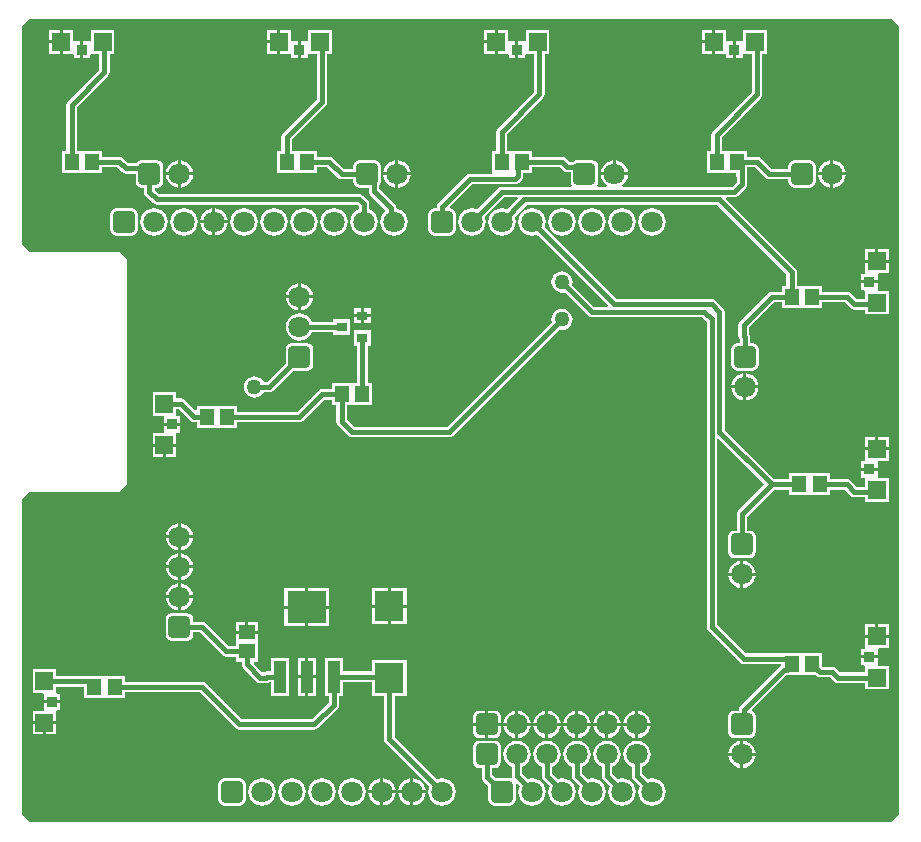
<source format=gtl>
G04*
G04 #@! TF.GenerationSoftware,Altium Limited,Altium Designer,20.0.13 (296)*
G04*
G04 Layer_Physical_Order=1*
G04 Layer_Color=255*
%FSTAX24Y24*%
%MOIN*%
G70*
G01*
G75*
%ADD17R,0.0354X0.0354*%
%ADD18R,0.0591X0.0591*%
%ADD19R,0.0354X0.0354*%
%ADD20R,0.0591X0.0591*%
%ADD21R,0.0453X0.0531*%
%ADD22R,0.0551X0.0512*%
%ADD23R,0.0394X0.1063*%
%ADD24R,0.1299X0.1063*%
%ADD25R,0.0965X0.1004*%
%ADD26R,0.0383X0.0316*%
%ADD43C,0.0150*%
%ADD44C,0.0600*%
G04:AMPARAMS|DCode=45|XSize=70.9mil|YSize=70.9mil|CornerRadius=8.9mil|HoleSize=0mil|Usage=FLASHONLY|Rotation=0.000|XOffset=0mil|YOffset=0mil|HoleType=Round|Shape=RoundedRectangle|*
%AMROUNDEDRECTD45*
21,1,0.0709,0.0531,0,0,0.0*
21,1,0.0531,0.0709,0,0,0.0*
1,1,0.0177,0.0266,-0.0266*
1,1,0.0177,-0.0266,-0.0266*
1,1,0.0177,-0.0266,0.0266*
1,1,0.0177,0.0266,0.0266*
%
%ADD45ROUNDEDRECTD45*%
%ADD46C,0.0709*%
G04:AMPARAMS|DCode=47|XSize=70.9mil|YSize=70.9mil|CornerRadius=8.9mil|HoleSize=0mil|Usage=FLASHONLY|Rotation=270.000|XOffset=0mil|YOffset=0mil|HoleType=Round|Shape=RoundedRectangle|*
%AMROUNDEDRECTD47*
21,1,0.0709,0.0531,0,0,270.0*
21,1,0.0531,0.0709,0,0,270.0*
1,1,0.0177,-0.0266,-0.0266*
1,1,0.0177,-0.0266,0.0266*
1,1,0.0177,0.0266,0.0266*
1,1,0.0177,0.0266,-0.0266*
%
%ADD47ROUNDEDRECTD47*%
%ADD48C,0.0500*%
%ADD49C,0.1250*%
G36*
X03325Y0265D02*
Y00025D01*
X033Y0D01*
X00425D01*
X004Y00025D01*
Y01075D01*
X00425Y011D01*
X00725D01*
X0075Y01125D01*
Y01875D01*
X00725Y019D01*
X00425D01*
X004Y01925D01*
Y0265D01*
X00425Y02675D01*
X033D01*
X03325Y0265D01*
D02*
G37*
%LPC*%
G36*
X012511Y026395D02*
X012166D01*
Y02605D01*
X012511D01*
Y026395D01*
D02*
G37*
G36*
X005261D02*
X004916D01*
Y02605D01*
X005261D01*
Y026395D01*
D02*
G37*
G36*
X019761D02*
X019416D01*
Y02605D01*
X019761D01*
Y026395D01*
D02*
G37*
G36*
X027011D02*
X026666D01*
Y02605D01*
X027011D01*
Y026395D01*
D02*
G37*
G36*
X028834D02*
X028044D01*
Y026064D01*
X028027Y026021D01*
X027994Y026021D01*
X0278D01*
Y025744D01*
Y025467D01*
X028027D01*
Y025562D01*
X028044Y025605D01*
X028077Y025605D01*
X028322D01*
Y024324D01*
X027029Y023032D01*
X026991Y022974D01*
X026977Y022906D01*
Y022366D01*
X026829D01*
Y021634D01*
X027468D01*
X027482Y021634D01*
X027518D01*
X027532Y021634D01*
X027817D01*
Y021509D01*
X027822Y021488D01*
Y021324D01*
X027676Y021178D01*
X024031D01*
X024014Y021228D01*
X024074Y021274D01*
X024147Y021369D01*
X024193Y02148D01*
X024202Y021548D01*
X023298D01*
X023307Y02148D01*
X023353Y021369D01*
X023426Y021274D01*
X023486Y021228D01*
X023469Y021178D01*
X0232D01*
X023173Y021228D01*
X023193Y021259D01*
X023208Y021333D01*
Y021864D01*
X023193Y021938D01*
X023152Y022D01*
X023089Y022042D01*
X023016Y022056D01*
X022484D01*
X022411Y022042D01*
X02236Y022008D01*
X022245D01*
X022126Y022126D01*
X022068Y022165D01*
X022Y022178D01*
X021004D01*
Y022366D01*
X020365D01*
X020351Y022366D01*
X020315D01*
X020301Y022366D01*
X020167D01*
Y022915D01*
X021376Y024124D01*
X021415Y024182D01*
X021428Y02425D01*
X021428Y02425D01*
Y025605D01*
X021584D01*
Y026395D01*
X020794D01*
Y026064D01*
X020777Y026021D01*
X020744Y026021D01*
X02055D01*
Y025744D01*
Y025467D01*
X020777D01*
Y025562D01*
X020794Y025605D01*
X020827Y025605D01*
X021072D01*
Y024324D01*
X019863Y023115D01*
X019824Y023057D01*
X01981Y022989D01*
Y022366D01*
X019662D01*
Y021656D01*
X019662Y021634D01*
X019624Y021606D01*
X018928D01*
X018928Y021606D01*
X01886Y021593D01*
X018802Y021554D01*
X018802Y021554D01*
X017874Y020626D01*
X017835Y020568D01*
X017822Y0205D01*
Y020458D01*
X017734D01*
X017661Y020443D01*
X017598Y020402D01*
X017557Y020339D01*
X017542Y020266D01*
Y019734D01*
X017557Y019661D01*
X017598Y019598D01*
X017661Y019557D01*
X017734Y019542D01*
X018266D01*
X018339Y019557D01*
X018402Y019598D01*
X018443Y019661D01*
X018458Y019734D01*
Y020266D01*
X018443Y020339D01*
X018402Y020402D01*
X018339Y020443D01*
X018279Y020455D01*
X018255Y020503D01*
X019002Y021249D01*
X020428D01*
X020496Y021263D01*
X020554Y021302D01*
X020653Y0214D01*
X020653Y0214D01*
X020691Y021458D01*
X020705Y021526D01*
X020705Y021526D01*
Y021634D01*
X021004D01*
Y021822D01*
X021926D01*
X022044Y021703D01*
X022044Y021703D01*
X022102Y021664D01*
X022171Y021651D01*
X022292D01*
Y021333D01*
X022307Y021259D01*
X022327Y021228D01*
X0223Y021178D01*
X02D01*
X02Y021178D01*
X019932Y021165D01*
X019874Y021126D01*
X019874Y021126D01*
X019169Y020422D01*
X019119Y020443D01*
X019Y020458D01*
X018881Y020443D01*
X018771Y020397D01*
X018676Y020324D01*
X018603Y020229D01*
X018557Y020119D01*
X018542Y02D01*
X018557Y019881D01*
X018603Y019771D01*
X018676Y019676D01*
X018771Y019603D01*
X018881Y019557D01*
X019Y019542D01*
X019119Y019557D01*
X019229Y019603D01*
X019324Y019676D01*
X019397Y019771D01*
X019443Y019881D01*
X019458Y02D01*
X019443Y020119D01*
X019422Y020169D01*
X020074Y020822D01*
X020504D01*
X020523Y020775D01*
X020169Y020422D01*
X020119Y020443D01*
X02Y020458D01*
X019881Y020443D01*
X019771Y020397D01*
X019676Y020324D01*
X019603Y020229D01*
X019557Y020119D01*
X019542Y02D01*
X019557Y019881D01*
X019603Y019771D01*
X019676Y019676D01*
X019771Y019603D01*
X019881Y019557D01*
X02Y019542D01*
X020119Y019557D01*
X020229Y019603D01*
X020324Y019676D01*
X020397Y019771D01*
X020443Y019881D01*
X020458Y02D01*
X020443Y020119D01*
X020422Y020169D01*
X020824Y020572D01*
X027176D01*
X029477Y018271D01*
Y017866D01*
X029329D01*
Y017678D01*
X029D01*
X029Y017678D01*
X028932Y017665D01*
X028874Y017626D01*
X028874Y017626D01*
X027936Y016688D01*
X027897Y01663D01*
X027884Y016562D01*
Y016188D01*
X027897Y01612D01*
X02792Y016086D01*
Y015958D01*
X027833D01*
X027759Y015943D01*
X027697Y015902D01*
X027655Y015839D01*
X02764Y015766D01*
Y015234D01*
X027655Y015161D01*
X027697Y015098D01*
X027759Y015057D01*
X027833Y015042D01*
X028364D01*
X028438Y015057D01*
X0285Y015098D01*
X028542Y015161D01*
X028556Y015234D01*
Y015766D01*
X028542Y015839D01*
X0285Y015902D01*
X028438Y015943D01*
X028364Y015958D01*
X028277D01*
Y016152D01*
X028263Y01622D01*
X028241Y016254D01*
Y016488D01*
X029074Y017322D01*
X029329D01*
Y017134D01*
X029968D01*
X029982Y017134D01*
X030018D01*
X030032Y017134D01*
X030671D01*
Y017322D01*
X031426D01*
X031624Y017124D01*
X031624Y017124D01*
X031682Y017085D01*
X03175Y017072D01*
X032105D01*
Y016916D01*
X032895D01*
Y017706D01*
X032564D01*
X032521Y017723D01*
X032521Y017756D01*
Y01795D01*
X031967D01*
Y017723D01*
X032062D01*
X032105Y017706D01*
X032105Y017673D01*
Y017428D01*
X031824D01*
X031626Y017626D01*
X031568Y017665D01*
X0315Y017678D01*
X030671D01*
Y017866D01*
X030032D01*
X030018Y017866D01*
X029982D01*
X029968Y017866D01*
X029834D01*
Y018344D01*
X029834Y018344D01*
X02982Y018413D01*
X029782Y018471D01*
X029782Y018471D01*
X027477Y020775D01*
X027496Y020822D01*
X02775D01*
X027818Y020835D01*
X027876Y020874D01*
X028126Y021124D01*
X028126Y021124D01*
X028165Y021182D01*
X028178Y02125D01*
Y021505D01*
X028174Y021526D01*
Y021822D01*
X028426D01*
X028775Y021472D01*
X028833Y021434D01*
X028902Y02142D01*
X028902Y02142D01*
X029542D01*
Y021333D01*
X029557Y021259D01*
X029598Y021197D01*
X029661Y021155D01*
X029734Y02114D01*
X030266D01*
X030339Y021155D01*
X030402Y021197D01*
X030443Y021259D01*
X030458Y021333D01*
Y021864D01*
X030443Y021938D01*
X030402Y022D01*
X030339Y022042D01*
X030266Y022056D01*
X029734D01*
X029661Y022042D01*
X029598Y022D01*
X029557Y021938D01*
X029542Y021864D01*
Y021777D01*
X028975D01*
X028626Y022126D01*
X028568Y022165D01*
X0285Y022178D01*
X028171D01*
Y022366D01*
X027532D01*
X027518Y022366D01*
X027482D01*
X027468Y022366D01*
X027334D01*
Y022832D01*
X028626Y024124D01*
X028665Y024182D01*
X028678Y02425D01*
X028678Y02425D01*
Y025605D01*
X028834D01*
Y026395D01*
D02*
G37*
G36*
X014334D02*
X013544D01*
Y026064D01*
X013527Y026021D01*
X013494Y026021D01*
X0133D01*
Y025744D01*
Y025467D01*
X013527D01*
Y025562D01*
X013544Y025605D01*
X013577Y025605D01*
X013822D01*
Y024074D01*
X012696Y022948D01*
X012657Y02289D01*
X012644Y022822D01*
Y022366D01*
X012496D01*
Y021634D01*
X013135D01*
X013149Y021634D01*
X013185D01*
X013199Y021634D01*
X013838D01*
Y021822D01*
X014176D01*
X014525Y021472D01*
X014583Y021434D01*
X014652Y02142D01*
X014652Y02142D01*
X015042D01*
Y021333D01*
X015057Y021259D01*
X015098Y021197D01*
X015161Y021155D01*
X015234Y02114D01*
X015552D01*
Y021019D01*
X015566Y020951D01*
X015605Y020893D01*
X0161Y020398D01*
X016097Y02034D01*
X016076Y020324D01*
X016003Y020229D01*
X015957Y020119D01*
X015942Y02D01*
X015957Y019881D01*
X016003Y019771D01*
X016076Y019676D01*
X016171Y019603D01*
X016281Y019557D01*
X0164Y019542D01*
X016519Y019557D01*
X016629Y019603D01*
X016724Y019676D01*
X016797Y019771D01*
X016843Y019881D01*
X016858Y02D01*
X016843Y020119D01*
X016797Y020229D01*
X016724Y020324D01*
X016629Y020397D01*
X016519Y020443D01*
X016472Y020449D01*
Y020457D01*
X016458Y020525D01*
X016419Y020583D01*
X016419Y020583D01*
X015909Y021093D01*
Y021208D01*
X015943Y021259D01*
X015958Y021333D01*
Y021864D01*
X015943Y021938D01*
X015902Y022D01*
X015839Y022042D01*
X015766Y022056D01*
X015234D01*
X015161Y022042D01*
X015098Y022D01*
X015057Y021938D01*
X015042Y021864D01*
Y021777D01*
X014725D01*
X014376Y022126D01*
X014318Y022165D01*
X01425Y022178D01*
X013838D01*
Y022366D01*
X013199D01*
X013185Y022366D01*
X013149D01*
X013135Y022366D01*
X013001D01*
Y022748D01*
X014126Y023874D01*
X014165Y023932D01*
X014178Y024D01*
X014178Y024D01*
Y025605D01*
X014334D01*
Y026395D01*
D02*
G37*
G36*
X007084D02*
X006294D01*
Y026064D01*
X006277Y026021D01*
X006244Y026021D01*
X00605D01*
Y025744D01*
Y025467D01*
X006277D01*
Y025562D01*
X006294Y025605D01*
X006327Y025605D01*
X006572D01*
Y025074D01*
X005529Y024032D01*
X005491Y023974D01*
X005477Y023906D01*
Y022366D01*
X005329D01*
Y021634D01*
X005968D01*
X005982Y021634D01*
X006018D01*
X006032Y021634D01*
X006671D01*
Y021822D01*
X007176D01*
X007335Y021663D01*
X007393Y021624D01*
X007461Y021611D01*
X007461Y021611D01*
X007792D01*
Y021333D01*
X007807Y021259D01*
X007848Y021197D01*
X007911Y021155D01*
X007984Y02114D01*
X008072D01*
Y021D01*
X008085Y020932D01*
X008124Y020874D01*
X008374Y020624D01*
X008374Y020624D01*
X008432Y020585D01*
X0085Y020572D01*
X015176D01*
X015222Y020526D01*
Y020418D01*
X015171Y020397D01*
X015076Y020324D01*
X015003Y020229D01*
X014957Y020119D01*
X014942Y02D01*
X014957Y019881D01*
X015003Y019771D01*
X015076Y019676D01*
X015171Y019603D01*
X015281Y019557D01*
X0154Y019542D01*
X015519Y019557D01*
X015629Y019603D01*
X015724Y019676D01*
X015797Y019771D01*
X015843Y019881D01*
X015858Y02D01*
X015843Y020119D01*
X015797Y020229D01*
X015724Y020324D01*
X015629Y020397D01*
X015578Y020418D01*
Y0206D01*
X015565Y020668D01*
X015526Y020726D01*
X015376Y020876D01*
X015318Y020915D01*
X01525Y020928D01*
X008574D01*
X008428Y021074D01*
Y02114D01*
X008516D01*
X008589Y021155D01*
X008652Y021197D01*
X008693Y021259D01*
X008708Y021333D01*
Y021864D01*
X008693Y021938D01*
X008652Y022D01*
X008589Y022042D01*
X008516Y022056D01*
X007984D01*
X007911Y022042D01*
X007848Y022D01*
X007827Y021968D01*
X007535D01*
X007376Y022126D01*
X007318Y022165D01*
X00725Y022178D01*
X006671D01*
Y022366D01*
X006032D01*
X006018Y022366D01*
X005982D01*
X005968Y022366D01*
X005834D01*
Y023832D01*
X006876Y024874D01*
X006876Y024874D01*
X006915Y024932D01*
X006928Y025D01*
X006928Y025D01*
Y025605D01*
X007084D01*
Y026395D01*
D02*
G37*
G36*
X012511Y02595D02*
X012166D01*
Y025605D01*
X012511D01*
Y02595D01*
D02*
G37*
G36*
X005261D02*
X004916D01*
Y025605D01*
X005261D01*
Y02595D01*
D02*
G37*
G36*
X019761D02*
X019416D01*
Y025605D01*
X019761D01*
Y02595D01*
D02*
G37*
G36*
X027011D02*
X026666D01*
Y025605D01*
X027011D01*
Y02595D01*
D02*
G37*
G36*
X027456Y026395D02*
X027111D01*
Y026D01*
Y025605D01*
X027423D01*
X027456Y025605D01*
X027473Y025562D01*
Y025467D01*
X0277D01*
Y025744D01*
Y026021D01*
X027473Y026021D01*
X027456Y026064D01*
Y026395D01*
D02*
G37*
G36*
X020206D02*
X019861D01*
Y026D01*
Y025605D01*
X020173D01*
X020206Y025605D01*
X020223Y025562D01*
Y025467D01*
X02045D01*
Y025744D01*
Y026021D01*
X020223Y026021D01*
X020206Y026064D01*
Y026395D01*
D02*
G37*
G36*
X012956D02*
X012611D01*
Y026D01*
Y025605D01*
X012923D01*
X012956Y025605D01*
X012973Y025562D01*
Y025467D01*
X0132D01*
Y025744D01*
Y026021D01*
X012973Y026021D01*
X012956Y026064D01*
Y026395D01*
D02*
G37*
G36*
X005706D02*
X005361D01*
Y026D01*
Y025605D01*
X005673D01*
X005706Y025605D01*
X005723Y025562D01*
Y025467D01*
X00595D01*
Y025744D01*
Y026021D01*
X005723Y026021D01*
X005706Y026064D01*
Y026395D01*
D02*
G37*
G36*
X03105Y02205D02*
Y021648D01*
X031452D01*
X031443Y021717D01*
X031397Y021828D01*
X031324Y021922D01*
X031229Y021995D01*
X031119Y022041D01*
X03105Y02205D01*
D02*
G37*
G36*
X03095D02*
X030881Y022041D01*
X030771Y021995D01*
X030676Y021922D01*
X030603Y021828D01*
X030557Y021717D01*
X030548Y021648D01*
X03095D01*
Y02205D01*
D02*
G37*
G36*
X0238D02*
Y021648D01*
X024202D01*
X024193Y021717D01*
X024147Y021828D01*
X024074Y021922D01*
X023979Y021995D01*
X023869Y022041D01*
X0238Y02205D01*
D02*
G37*
G36*
X0237D02*
X023631Y022041D01*
X023521Y021995D01*
X023426Y021922D01*
X023353Y021828D01*
X023307Y021717D01*
X023298Y021648D01*
X0237D01*
Y02205D01*
D02*
G37*
G36*
X01655D02*
Y021648D01*
X016952D01*
X016943Y021717D01*
X016897Y021828D01*
X016824Y021922D01*
X016729Y021995D01*
X016619Y022041D01*
X01655Y02205D01*
D02*
G37*
G36*
X01645D02*
X016381Y022041D01*
X016271Y021995D01*
X016176Y021922D01*
X016103Y021828D01*
X016057Y021717D01*
X016048Y021648D01*
X01645D01*
Y02205D01*
D02*
G37*
G36*
X0093D02*
Y021648D01*
X009702D01*
X009693Y021717D01*
X009647Y021828D01*
X009574Y021922D01*
X009479Y021995D01*
X009369Y022041D01*
X0093Y02205D01*
D02*
G37*
G36*
X0092D02*
X009131Y022041D01*
X009021Y021995D01*
X008926Y021922D01*
X008853Y021828D01*
X008807Y021717D01*
X008798Y021648D01*
X0092D01*
Y02205D01*
D02*
G37*
G36*
X031452Y021548D02*
X03105D01*
Y021147D01*
X031119Y021156D01*
X031229Y021202D01*
X031324Y021274D01*
X031397Y021369D01*
X031443Y02148D01*
X031452Y021548D01*
D02*
G37*
G36*
X03095D02*
X030548D01*
X030557Y02148D01*
X030603Y021369D01*
X030676Y021274D01*
X030771Y021202D01*
X030881Y021156D01*
X03095Y021147D01*
Y021548D01*
D02*
G37*
G36*
X016952D02*
X01655D01*
Y021147D01*
X016619Y021156D01*
X016729Y021202D01*
X016824Y021274D01*
X016897Y021369D01*
X016943Y02148D01*
X016952Y021548D01*
D02*
G37*
G36*
X01645D02*
X016048D01*
X016057Y02148D01*
X016103Y021369D01*
X016176Y021274D01*
X016271Y021202D01*
X016381Y021156D01*
X01645Y021147D01*
Y021548D01*
D02*
G37*
G36*
X009702D02*
X0093D01*
Y021147D01*
X009369Y021156D01*
X009479Y021202D01*
X009574Y021274D01*
X009647Y021369D01*
X009693Y02148D01*
X009702Y021548D01*
D02*
G37*
G36*
X0092D02*
X008798D01*
X008807Y02148D01*
X008853Y021369D01*
X008926Y021274D01*
X009021Y021202D01*
X009131Y021156D01*
X0092Y021147D01*
Y021548D01*
D02*
G37*
G36*
X01045Y020452D02*
Y02005D01*
X010852D01*
X010843Y020119D01*
X010797Y020229D01*
X010724Y020324D01*
X010629Y020397D01*
X010519Y020443D01*
X01045Y020452D01*
D02*
G37*
G36*
X01035D02*
X010281Y020443D01*
X010171Y020397D01*
X010076Y020324D01*
X010003Y020229D01*
X009957Y020119D01*
X009948Y02005D01*
X01035D01*
Y020452D01*
D02*
G37*
G36*
X010852Y01995D02*
X01045D01*
Y019548D01*
X010519Y019557D01*
X010629Y019603D01*
X010724Y019676D01*
X010797Y019771D01*
X010843Y019881D01*
X010852Y01995D01*
D02*
G37*
G36*
X01035D02*
X009948D01*
X009957Y019881D01*
X010003Y019771D01*
X010076Y019676D01*
X010171Y019603D01*
X010281Y019557D01*
X01035Y019548D01*
Y01995D01*
D02*
G37*
G36*
X007666Y020458D02*
X007134D01*
X007061Y020443D01*
X006998Y020402D01*
X006957Y020339D01*
X006942Y020266D01*
Y019734D01*
X006957Y019661D01*
X006998Y019598D01*
X007061Y019557D01*
X007134Y019542D01*
X007666D01*
X007739Y019557D01*
X007802Y019598D01*
X007843Y019661D01*
X007858Y019734D01*
Y020266D01*
X007843Y020339D01*
X007802Y020402D01*
X007739Y020443D01*
X007666Y020458D01*
D02*
G37*
G36*
X025Y020458D02*
X024881Y020443D01*
X024771Y020397D01*
X024676Y020324D01*
X024603Y020229D01*
X024557Y020119D01*
X024542Y02D01*
X024557Y019881D01*
X024603Y019771D01*
X024676Y019676D01*
X024771Y019603D01*
X024881Y019557D01*
X025Y019542D01*
X025119Y019557D01*
X025229Y019603D01*
X025324Y019676D01*
X025397Y019771D01*
X025443Y019881D01*
X025458Y02D01*
X025443Y020119D01*
X025397Y020229D01*
X025324Y020324D01*
X025229Y020397D01*
X025119Y020443D01*
X025Y020458D01*
D02*
G37*
G36*
X024D02*
X023881Y020443D01*
X023771Y020397D01*
X023676Y020324D01*
X023603Y020229D01*
X023557Y020119D01*
X023542Y02D01*
X023557Y019881D01*
X023603Y019771D01*
X023676Y019676D01*
X023771Y019603D01*
X023881Y019557D01*
X024Y019542D01*
X024119Y019557D01*
X024229Y019603D01*
X024324Y019676D01*
X024397Y019771D01*
X024443Y019881D01*
X024458Y02D01*
X024443Y020119D01*
X024397Y020229D01*
X024324Y020324D01*
X024229Y020397D01*
X024119Y020443D01*
X024Y020458D01*
D02*
G37*
G36*
X023D02*
X022881Y020443D01*
X022771Y020397D01*
X022676Y020324D01*
X022603Y020229D01*
X022557Y020119D01*
X022542Y02D01*
X022557Y019881D01*
X022603Y019771D01*
X022676Y019676D01*
X022771Y019603D01*
X022881Y019557D01*
X023Y019542D01*
X023119Y019557D01*
X023229Y019603D01*
X023324Y019676D01*
X023397Y019771D01*
X023443Y019881D01*
X023458Y02D01*
X023443Y020119D01*
X023397Y020229D01*
X023324Y020324D01*
X023229Y020397D01*
X023119Y020443D01*
X023Y020458D01*
D02*
G37*
G36*
X022D02*
X021881Y020443D01*
X021771Y020397D01*
X021676Y020324D01*
X021603Y020229D01*
X021557Y020119D01*
X021542Y02D01*
X021557Y019881D01*
X021603Y019771D01*
X021676Y019676D01*
X021771Y019603D01*
X021881Y019557D01*
X022Y019542D01*
X022119Y019557D01*
X022229Y019603D01*
X022324Y019676D01*
X022397Y019771D01*
X022443Y019881D01*
X022458Y02D01*
X022443Y020119D01*
X022397Y020229D01*
X022324Y020324D01*
X022229Y020397D01*
X022119Y020443D01*
X022Y020458D01*
D02*
G37*
G36*
X0144D02*
X014281Y020443D01*
X014171Y020397D01*
X014076Y020324D01*
X014003Y020229D01*
X013957Y020119D01*
X013942Y02D01*
X013957Y019881D01*
X014003Y019771D01*
X014076Y019676D01*
X014171Y019603D01*
X014281Y019557D01*
X0144Y019542D01*
X014519Y019557D01*
X014629Y019603D01*
X014724Y019676D01*
X014797Y019771D01*
X014843Y019881D01*
X014858Y02D01*
X014843Y020119D01*
X014797Y020229D01*
X014724Y020324D01*
X014629Y020397D01*
X014519Y020443D01*
X0144Y020458D01*
D02*
G37*
G36*
X0134D02*
X013281Y020443D01*
X013171Y020397D01*
X013076Y020324D01*
X013003Y020229D01*
X012957Y020119D01*
X012942Y02D01*
X012957Y019881D01*
X013003Y019771D01*
X013076Y019676D01*
X013171Y019603D01*
X013281Y019557D01*
X0134Y019542D01*
X013519Y019557D01*
X013629Y019603D01*
X013724Y019676D01*
X013797Y019771D01*
X013843Y019881D01*
X013858Y02D01*
X013843Y020119D01*
X013797Y020229D01*
X013724Y020324D01*
X013629Y020397D01*
X013519Y020443D01*
X0134Y020458D01*
D02*
G37*
G36*
X0124D02*
X012281Y020443D01*
X012171Y020397D01*
X012076Y020324D01*
X012003Y020229D01*
X011957Y020119D01*
X011942Y02D01*
X011957Y019881D01*
X012003Y019771D01*
X012076Y019676D01*
X012171Y019603D01*
X012281Y019557D01*
X0124Y019542D01*
X012519Y019557D01*
X012629Y019603D01*
X012724Y019676D01*
X012797Y019771D01*
X012843Y019881D01*
X012858Y02D01*
X012843Y020119D01*
X012797Y020229D01*
X012724Y020324D01*
X012629Y020397D01*
X012519Y020443D01*
X0124Y020458D01*
D02*
G37*
G36*
X0114D02*
X011281Y020443D01*
X011171Y020397D01*
X011076Y020324D01*
X011003Y020229D01*
X010957Y020119D01*
X010942Y02D01*
X010957Y019881D01*
X011003Y019771D01*
X011076Y019676D01*
X011171Y019603D01*
X011281Y019557D01*
X0114Y019542D01*
X011519Y019557D01*
X011629Y019603D01*
X011724Y019676D01*
X011797Y019771D01*
X011843Y019881D01*
X011858Y02D01*
X011843Y020119D01*
X011797Y020229D01*
X011724Y020324D01*
X011629Y020397D01*
X011519Y020443D01*
X0114Y020458D01*
D02*
G37*
G36*
X0094D02*
X009281Y020443D01*
X009171Y020397D01*
X009076Y020324D01*
X009003Y020229D01*
X008957Y020119D01*
X008942Y02D01*
X008957Y019881D01*
X009003Y019771D01*
X009076Y019676D01*
X009171Y019603D01*
X009281Y019557D01*
X0094Y019542D01*
X009519Y019557D01*
X009629Y019603D01*
X009724Y019676D01*
X009797Y019771D01*
X009843Y019881D01*
X009858Y02D01*
X009843Y020119D01*
X009797Y020229D01*
X009724Y020324D01*
X009629Y020397D01*
X009519Y020443D01*
X0094Y020458D01*
D02*
G37*
G36*
X0084D02*
X008281Y020443D01*
X008171Y020397D01*
X008076Y020324D01*
X008003Y020229D01*
X007957Y020119D01*
X007942Y02D01*
X007957Y019881D01*
X008003Y019771D01*
X008076Y019676D01*
X008171Y019603D01*
X008281Y019557D01*
X0084Y019542D01*
X008519Y019557D01*
X008629Y019603D01*
X008724Y019676D01*
X008797Y019771D01*
X008843Y019881D01*
X008858Y02D01*
X008843Y020119D01*
X008797Y020229D01*
X008724Y020324D01*
X008629Y020397D01*
X008519Y020443D01*
X0084Y020458D01*
D02*
G37*
G36*
X032895Y019084D02*
X03255D01*
Y018739D01*
X032895D01*
Y019084D01*
D02*
G37*
G36*
X03245D02*
X032105D01*
Y018739D01*
X03245D01*
Y019084D01*
D02*
G37*
G36*
X032895Y018639D02*
X032105D01*
Y018327D01*
X032105Y018294D01*
X032062Y018277D01*
X031967D01*
Y01805D01*
X032521D01*
X032521Y018277D01*
X032564Y018294D01*
X032895D01*
Y018639D01*
D02*
G37*
G36*
X0133Y017952D02*
Y01755D01*
X013702D01*
X013693Y017619D01*
X013647Y017729D01*
X013574Y017824D01*
X013479Y017897D01*
X013369Y017943D01*
X0133Y017952D01*
D02*
G37*
G36*
X0132D02*
X013131Y017943D01*
X013021Y017897D01*
X012926Y017824D01*
X012853Y017729D01*
X012807Y017619D01*
X012798Y01755D01*
X0132D01*
Y017952D01*
D02*
G37*
G36*
X021Y020458D02*
X020881Y020443D01*
X020771Y020397D01*
X020676Y020324D01*
X020603Y020229D01*
X020557Y020119D01*
X020542Y02D01*
X020557Y019881D01*
X020603Y019771D01*
X020676Y019676D01*
X020771Y019603D01*
X020881Y019557D01*
X021Y019542D01*
X021119Y019557D01*
X021169Y019578D01*
X023523Y017225D01*
X023504Y017178D01*
X023074D01*
X022341Y017911D01*
X022353Y018D01*
X022341Y018091D01*
X022306Y018177D01*
X02225Y01825D01*
X022177Y018306D01*
X022091Y018341D01*
X022Y018353D01*
X021909Y018341D01*
X021823Y018306D01*
X02175Y01825D01*
X021694Y018177D01*
X021659Y018091D01*
X021647Y018D01*
X021659Y017909D01*
X021694Y017823D01*
X02175Y01775D01*
X021823Y017694D01*
X021909Y017659D01*
X022Y017647D01*
X022089Y017659D01*
X022874Y016874D01*
X022874Y016874D01*
X022932Y016835D01*
X023Y016822D01*
X023Y016822D01*
X026676D01*
X026822Y016676D01*
Y0065D01*
X026835Y006432D01*
X026874Y006374D01*
X027933Y005315D01*
X027933Y005315D01*
X027991Y005276D01*
X028059Y005262D01*
X028059Y005262D01*
X029286D01*
X029301Y005212D01*
X029261Y005185D01*
X027943Y003868D01*
X027904Y00381D01*
X027891Y003741D01*
Y003708D01*
X027734D01*
X027661Y003693D01*
X027598Y003652D01*
X027557Y003589D01*
X027542Y003516D01*
Y002984D01*
X027557Y002911D01*
X027598Y002848D01*
X027661Y002807D01*
X027734Y002792D01*
X028266D01*
X028339Y002807D01*
X028402Y002848D01*
X028443Y002911D01*
X028458Y002984D01*
Y003516D01*
X028443Y003589D01*
X028402Y003652D01*
X028342Y003691D01*
X028335Y0037D01*
X028322Y003742D01*
X029461Y004881D01*
X029504D01*
X029521Y004884D01*
X029968D01*
X029982Y004884D01*
X030018D01*
X030032Y004884D01*
X030458D01*
X030468Y004874D01*
X030526Y004835D01*
X030594Y004822D01*
X030594Y004822D01*
X030926D01*
X031063Y004685D01*
X031063Y004685D01*
X031121Y004646D01*
X031189Y004633D01*
X032105D01*
Y004416D01*
X032895D01*
Y005206D01*
X032564D01*
X032521Y005223D01*
X032521Y005256D01*
Y00545D01*
X031967D01*
Y005223D01*
X032062D01*
X032105Y005206D01*
X032105Y005173D01*
Y004989D01*
X031263D01*
X031126Y005126D01*
X031068Y005165D01*
X031Y005178D01*
X030671D01*
Y005616D01*
X030032D01*
X030018Y005616D01*
X029982D01*
X029968Y005616D01*
X029521D01*
X029504Y005619D01*
X028133D01*
X027178Y006574D01*
Y012754D01*
X027225Y012773D01*
X028748Y01125D01*
X027874Y010376D01*
X027835Y010318D01*
X027822Y01025D01*
Y009708D01*
X027734D01*
X027661Y009693D01*
X027598Y009652D01*
X027557Y009589D01*
X027542Y009516D01*
Y008984D01*
X027557Y008911D01*
X027598Y008848D01*
X027661Y008807D01*
X027734Y008792D01*
X028266D01*
X028339Y008807D01*
X028402Y008848D01*
X028443Y008911D01*
X028458Y008984D01*
Y009516D01*
X028443Y009589D01*
X028402Y009652D01*
X028339Y009693D01*
X028266Y009708D01*
X028178D01*
Y010176D01*
X029074Y011072D01*
X029579D01*
Y010884D01*
X030218D01*
X030232Y010884D01*
X030268D01*
X030282Y010884D01*
X030921D01*
Y011072D01*
X031426D01*
X031624Y010874D01*
X031624Y010874D01*
X031682Y010835D01*
X03175Y010822D01*
X032105D01*
Y010666D01*
X032895D01*
Y011456D01*
X032564D01*
X032521Y011473D01*
X032521Y011506D01*
Y0117D01*
X031967D01*
Y011473D01*
X032062D01*
X032105Y011456D01*
X032105Y011423D01*
Y011178D01*
X031824D01*
X031626Y011376D01*
X031568Y011415D01*
X0315Y011428D01*
X030921D01*
Y011616D01*
X030282D01*
X030268Y011616D01*
X030232D01*
X030218Y011616D01*
X029579D01*
Y011428D01*
X029074D01*
X027428Y013074D01*
Y017D01*
X027415Y017068D01*
X027376Y017126D01*
X027376Y017126D01*
X027126Y017376D01*
X027068Y017415D01*
X027Y017428D01*
X023824D01*
X021422Y019831D01*
X021443Y019881D01*
X021458Y02D01*
X021443Y020119D01*
X021397Y020229D01*
X021324Y020324D01*
X021229Y020397D01*
X021119Y020443D01*
X021Y020458D01*
D02*
G37*
G36*
X013702Y01745D02*
X0133D01*
Y017048D01*
X013369Y017057D01*
X013479Y017103D01*
X013574Y017176D01*
X013647Y017271D01*
X013693Y017381D01*
X013702Y01745D01*
D02*
G37*
G36*
X0132D02*
X012798D01*
X012807Y017381D01*
X012853Y017271D01*
X012926Y017176D01*
X013021Y017103D01*
X013131Y017057D01*
X0132Y017048D01*
Y01745D01*
D02*
G37*
G36*
X01564Y017132D02*
X015398D01*
Y016924D01*
X01564D01*
Y017132D01*
D02*
G37*
G36*
X015298D02*
X015057D01*
Y016924D01*
X015298D01*
Y017132D01*
D02*
G37*
G36*
X01564Y016824D02*
X015398D01*
Y016616D01*
X01564D01*
Y016824D01*
D02*
G37*
G36*
X015298D02*
X015057D01*
Y016616D01*
X015298D01*
Y016824D01*
D02*
G37*
G36*
X022Y017103D02*
X021909Y017091D01*
X021823Y017056D01*
X02175Y017D01*
X021694Y016927D01*
X021659Y016841D01*
X021647Y01675D01*
X021659Y016661D01*
X018176Y013178D01*
X015074D01*
X014834Y013418D01*
Y013884D01*
X014968D01*
X014982Y013884D01*
X015018D01*
X015032Y013884D01*
X015671D01*
Y014616D01*
X015527D01*
Y015868D01*
X01564D01*
Y016384D01*
X015057D01*
Y015868D01*
X01517D01*
Y014616D01*
X015032D01*
X015018Y014616D01*
X014982D01*
X014968Y014616D01*
X014329D01*
Y014428D01*
X014D01*
X013932Y014415D01*
X013874Y014376D01*
X013176Y013678D01*
X011171D01*
Y013866D01*
X010532D01*
X010518Y013866D01*
X010482D01*
X010468Y013866D01*
X009829D01*
Y013744D01*
X009779Y013723D01*
X009437Y014065D01*
X009379Y014104D01*
X009311Y014117D01*
X009145D01*
Y014334D01*
X008355D01*
Y013544D01*
X008686D01*
X008729Y013527D01*
X008729Y013494D01*
Y0133D01*
X009006D01*
X009283D01*
Y013527D01*
X009188D01*
X009145Y013544D01*
X009145Y013577D01*
Y013761D01*
X009237D01*
X009624Y013374D01*
X009682Y013335D01*
X00975Y013322D01*
X00975Y013322D01*
X009829D01*
Y013134D01*
X010468D01*
X010482Y013134D01*
X010518D01*
X010532Y013134D01*
X011171D01*
Y013322D01*
X01325D01*
X013318Y013335D01*
X013376Y013374D01*
X014074Y014072D01*
X014329D01*
Y013884D01*
X014477D01*
Y013344D01*
X014491Y013276D01*
X014529Y013218D01*
X014874Y012874D01*
X014874Y012874D01*
X014932Y012835D01*
X015Y012822D01*
X015Y012822D01*
X01825D01*
X018318Y012835D01*
X018376Y012874D01*
X021911Y016409D01*
X022Y016397D01*
X022091Y016409D01*
X022177Y016444D01*
X02225Y0165D01*
X022306Y016573D01*
X022341Y016659D01*
X022353Y01675D01*
X022341Y016841D01*
X022306Y016927D01*
X02225Y017D01*
X022177Y017056D01*
X022091Y017091D01*
X022Y017103D01*
D02*
G37*
G36*
X01325Y016958D02*
X013131Y016943D01*
X013021Y016897D01*
X012926Y016824D01*
X012853Y016729D01*
X012807Y016619D01*
X012792Y0165D01*
X012807Y016381D01*
X012853Y016271D01*
X012926Y016176D01*
X013021Y016103D01*
X013131Y016057D01*
X01325Y016042D01*
X013369Y016057D01*
X013479Y016103D01*
X013574Y016176D01*
X013647Y016271D01*
X013668Y016322D01*
X01436D01*
Y016242D01*
X014943D01*
Y016758D01*
X01436D01*
Y016678D01*
X013668D01*
X013647Y016729D01*
X013574Y016824D01*
X013479Y016897D01*
X013369Y016943D01*
X01325Y016958D01*
D02*
G37*
G36*
X013516Y015958D02*
X012984D01*
X012911Y015943D01*
X012848Y015902D01*
X012807Y015839D01*
X012792Y015766D01*
Y015294D01*
X012176Y014678D01*
X012054D01*
X012Y01475D01*
X011927Y014806D01*
X011841Y014841D01*
X01175Y014853D01*
X011659Y014841D01*
X011573Y014806D01*
X0115Y01475D01*
X011444Y014677D01*
X011409Y014591D01*
X011397Y0145D01*
X011409Y014409D01*
X011444Y014323D01*
X0115Y01425D01*
X011573Y014194D01*
X011659Y014159D01*
X01175Y014147D01*
X011841Y014159D01*
X011927Y014194D01*
X012Y01425D01*
X012054Y014322D01*
X01225D01*
X012318Y014335D01*
X012376Y014374D01*
X013044Y015042D01*
X013516D01*
X013589Y015057D01*
X013652Y015098D01*
X013693Y015161D01*
X013708Y015234D01*
Y015766D01*
X013693Y015839D01*
X013652Y015902D01*
X013589Y015943D01*
X013516Y015958D01*
D02*
G37*
G36*
X028148Y014952D02*
Y01455D01*
X02855D01*
X028541Y014619D01*
X028495Y014729D01*
X028422Y014824D01*
X028328Y014897D01*
X028217Y014943D01*
X028148Y014952D01*
D02*
G37*
G36*
X028048Y014952D02*
X02798Y014943D01*
X027869Y014897D01*
X027774Y014824D01*
X027702Y014729D01*
X027656Y014619D01*
X027647Y01455D01*
X028048D01*
Y014952D01*
D02*
G37*
G36*
Y01445D02*
X027647D01*
X027656Y014381D01*
X027702Y014271D01*
X027774Y014176D01*
X027869Y014103D01*
X02798Y014057D01*
X028048Y014048D01*
Y01445D01*
D02*
G37*
G36*
X02855D02*
X028148D01*
Y014048D01*
X028217Y014057D01*
X028328Y014103D01*
X028422Y014176D01*
X028495Y014271D01*
X028541Y014381D01*
X02855Y01445D01*
D02*
G37*
G36*
X009283Y0132D02*
X009006D01*
X008729D01*
X008729Y012973D01*
X008686Y012956D01*
X008355D01*
Y012611D01*
X00875D01*
X009145D01*
Y012923D01*
X009145Y012956D01*
X009188Y012973D01*
X009283D01*
Y0132D01*
D02*
G37*
G36*
X032895Y012834D02*
X03255D01*
Y012489D01*
X032895D01*
Y012834D01*
D02*
G37*
G36*
X03245D02*
X032105D01*
Y012489D01*
X03245D01*
Y012834D01*
D02*
G37*
G36*
X009145Y012511D02*
X0088D01*
Y012166D01*
X009145D01*
Y012511D01*
D02*
G37*
G36*
X0087D02*
X008355D01*
Y012166D01*
X0087D01*
Y012511D01*
D02*
G37*
G36*
X032895Y012389D02*
X032105D01*
Y012077D01*
X032105Y012044D01*
X032062Y012027D01*
X031967D01*
Y0118D01*
X032521D01*
X032521Y012027D01*
X032564Y012044D01*
X032895D01*
Y012389D01*
D02*
G37*
G36*
X0093Y009952D02*
Y00955D01*
X009702D01*
X009693Y009619D01*
X009647Y009729D01*
X009574Y009824D01*
X009479Y009897D01*
X009369Y009943D01*
X0093Y009952D01*
D02*
G37*
G36*
X0092D02*
X009131Y009943D01*
X009021Y009897D01*
X008926Y009824D01*
X008853Y009729D01*
X008807Y009619D01*
X008798Y00955D01*
X0092D01*
Y009952D01*
D02*
G37*
G36*
X009702Y00945D02*
X0093D01*
Y009048D01*
X009369Y009057D01*
X009479Y009103D01*
X009574Y009176D01*
X009647Y009271D01*
X009693Y009381D01*
X009702Y00945D01*
D02*
G37*
G36*
X0092D02*
X008798D01*
X008807Y009381D01*
X008853Y009271D01*
X008926Y009176D01*
X009021Y009103D01*
X009131Y009057D01*
X0092Y009048D01*
Y00945D01*
D02*
G37*
G36*
X0093Y008952D02*
Y00855D01*
X009702D01*
X009693Y008619D01*
X009647Y008729D01*
X009574Y008824D01*
X009479Y008897D01*
X009369Y008943D01*
X0093Y008952D01*
D02*
G37*
G36*
X0092D02*
X009131Y008943D01*
X009021Y008897D01*
X008926Y008824D01*
X008853Y008729D01*
X008807Y008619D01*
X008798Y00855D01*
X0092D01*
Y008952D01*
D02*
G37*
G36*
X02805Y008702D02*
Y0083D01*
X028452D01*
X028443Y008369D01*
X028397Y008479D01*
X028324Y008574D01*
X028229Y008647D01*
X028119Y008693D01*
X02805Y008702D01*
D02*
G37*
G36*
X02795D02*
X027881Y008693D01*
X027771Y008647D01*
X027676Y008574D01*
X027603Y008479D01*
X027557Y008369D01*
X027548Y0083D01*
X02795D01*
Y008702D01*
D02*
G37*
G36*
X009702Y00845D02*
X0093D01*
Y008048D01*
X009369Y008057D01*
X009479Y008103D01*
X009574Y008176D01*
X009647Y008271D01*
X009693Y008381D01*
X009702Y00845D01*
D02*
G37*
G36*
X0092D02*
X008798D01*
X008807Y008381D01*
X008853Y008271D01*
X008926Y008176D01*
X009021Y008103D01*
X009131Y008057D01*
X0092Y008048D01*
Y00845D01*
D02*
G37*
G36*
X028452Y0082D02*
X02805D01*
Y007798D01*
X028119Y007807D01*
X028229Y007853D01*
X028324Y007926D01*
X028397Y008021D01*
X028443Y008131D01*
X028452Y0082D01*
D02*
G37*
G36*
X02795D02*
X027548D01*
X027557Y008131D01*
X027603Y008021D01*
X027676Y007926D01*
X027771Y007853D01*
X027881Y007807D01*
X02795Y007798D01*
Y0082D01*
D02*
G37*
G36*
X0093Y007952D02*
Y00755D01*
X009702D01*
X009693Y007619D01*
X009647Y007729D01*
X009574Y007824D01*
X009479Y007897D01*
X009369Y007943D01*
X0093Y007952D01*
D02*
G37*
G36*
X0092D02*
X009131Y007943D01*
X009021Y007897D01*
X008926Y007824D01*
X008853Y007729D01*
X008807Y007619D01*
X008798Y00755D01*
X0092D01*
Y007952D01*
D02*
G37*
G36*
X016832Y007793D02*
X0163D01*
Y007241D01*
X016832D01*
Y007793D01*
D02*
G37*
G36*
X0162D02*
X015668D01*
Y007241D01*
X0162D01*
Y007793D01*
D02*
G37*
G36*
X01425Y007793D02*
X01355D01*
Y007211D01*
X01425D01*
Y007793D01*
D02*
G37*
G36*
X01345D02*
X01275D01*
Y007211D01*
X01345D01*
Y007793D01*
D02*
G37*
G36*
X009702Y00745D02*
X0093D01*
Y007048D01*
X009369Y007057D01*
X009479Y007103D01*
X009574Y007176D01*
X009647Y007271D01*
X009693Y007381D01*
X009702Y00745D01*
D02*
G37*
G36*
X0092D02*
X008798D01*
X008807Y007381D01*
X008853Y007271D01*
X008926Y007176D01*
X009021Y007103D01*
X009131Y007057D01*
X0092Y007048D01*
Y00745D01*
D02*
G37*
G36*
X016832Y007141D02*
X0163D01*
Y006589D01*
X016832D01*
Y007141D01*
D02*
G37*
G36*
X0162D02*
X015668D01*
Y006589D01*
X0162D01*
Y007141D01*
D02*
G37*
G36*
X01425Y007111D02*
X01355D01*
Y00653D01*
X01425D01*
Y007111D01*
D02*
G37*
G36*
X01345D02*
X01275D01*
Y00653D01*
X01345D01*
Y007111D01*
D02*
G37*
G36*
X011876Y006671D02*
X01155D01*
Y006365D01*
X011876D01*
Y006671D01*
D02*
G37*
G36*
X01145D02*
X011124D01*
Y006365D01*
X01145D01*
Y006671D01*
D02*
G37*
G36*
X032895Y006584D02*
X03255D01*
Y006239D01*
X032895D01*
Y006584D01*
D02*
G37*
G36*
X03245D02*
X032105D01*
Y006239D01*
X03245D01*
Y006584D01*
D02*
G37*
G36*
X032895Y006139D02*
X032105D01*
Y005827D01*
X032105Y005794D01*
X032062Y005777D01*
X031967D01*
Y00555D01*
X032521D01*
X032521Y005777D01*
X032564Y005794D01*
X032895D01*
Y006139D01*
D02*
G37*
G36*
X013797Y00547D02*
X01355D01*
Y004889D01*
X013797D01*
Y00547D01*
D02*
G37*
G36*
X01345D02*
X013203D01*
Y004889D01*
X01345D01*
Y00547D01*
D02*
G37*
G36*
X013797Y004789D02*
X01355D01*
Y004207D01*
X013797D01*
Y004789D01*
D02*
G37*
G36*
X01345D02*
X013203D01*
Y004207D01*
X01345D01*
Y004789D01*
D02*
G37*
G36*
X009516Y006958D02*
X008984D01*
X008911Y006943D01*
X008848Y006902D01*
X008807Y006839D01*
X008792Y006766D01*
Y006234D01*
X008807Y006161D01*
X008848Y006098D01*
X008911Y006057D01*
X008984Y006042D01*
X009516D01*
X009589Y006057D01*
X009652Y006098D01*
X009693Y006161D01*
X009708Y006234D01*
Y006322D01*
X009926D01*
X010689Y005559D01*
X010689Y005559D01*
X010747Y00552D01*
X010815Y005507D01*
X011124D01*
Y005329D01*
X011322D01*
Y00525D01*
X011335Y005182D01*
X011374Y005124D01*
X011812Y004686D01*
X01187Y004647D01*
X011938Y004634D01*
X011938Y004634D01*
X012146D01*
X012214Y004647D01*
X012234Y00466D01*
X012298D01*
Y004207D01*
X012891D01*
Y00547D01*
X012298D01*
Y005017D01*
X012173D01*
X012104Y005003D01*
X012085Y004991D01*
X012012D01*
X011723Y005279D01*
X011744Y005329D01*
X011876D01*
Y005959D01*
Y006265D01*
X011124D01*
Y005959D01*
Y005863D01*
X010889D01*
X010126Y006626D01*
X010068Y006665D01*
X01Y006678D01*
X009708D01*
Y006766D01*
X009693Y006839D01*
X009652Y006902D01*
X009589Y006943D01*
X009516Y006958D01*
D02*
G37*
G36*
X014702Y00547D02*
X014109D01*
Y004207D01*
X014227D01*
Y003979D01*
X013676Y003428D01*
X011324D01*
X010126Y004626D01*
X010068Y004665D01*
X01Y004678D01*
X007421D01*
Y004866D01*
X006782D01*
X006768Y004866D01*
X006732D01*
X006718Y004866D01*
X006262D01*
X006254Y004867D01*
X005145D01*
Y005084D01*
X004355D01*
Y004294D01*
X004686D01*
X004729Y004277D01*
X004729Y004244D01*
Y00405D01*
X005006D01*
X005283D01*
Y004277D01*
X005188D01*
X005145Y004294D01*
X005145Y004327D01*
Y004511D01*
X006079D01*
Y004134D01*
X006718D01*
X006732Y004134D01*
X006768D01*
X006782Y004134D01*
X007421D01*
Y004322D01*
X009926D01*
X011124Y003124D01*
X011182Y003085D01*
X01125Y003072D01*
X01125Y003072D01*
X01375D01*
X013818Y003085D01*
X013876Y003124D01*
X014532Y003779D01*
X01457Y003837D01*
X014584Y003906D01*
X014584Y003906D01*
Y004207D01*
X014702D01*
Y00466D01*
X015668D01*
Y004207D01*
X016072D01*
Y00275D01*
X016085Y002682D01*
X016124Y002624D01*
X017578Y001169D01*
X017557Y001119D01*
X017542Y001D01*
X017557Y000881D01*
X017603Y000771D01*
X017676Y000676D01*
X017771Y000603D01*
X017881Y000557D01*
X018Y000542D01*
X018119Y000557D01*
X018229Y000603D01*
X018324Y000676D01*
X018397Y000771D01*
X018443Y000881D01*
X018458Y001D01*
X018443Y001119D01*
X018397Y001229D01*
X018324Y001324D01*
X018229Y001397D01*
X018119Y001443D01*
X018Y001458D01*
X017881Y001443D01*
X017831Y001422D01*
X016428Y002824D01*
Y004207D01*
X016832D01*
Y005411D01*
X015668D01*
Y005017D01*
X014702D01*
Y00547D01*
D02*
G37*
G36*
X005283Y00395D02*
X005006D01*
X004729D01*
X004729Y003723D01*
X004686Y003706D01*
X004355D01*
Y003361D01*
X00475D01*
X005145D01*
Y003673D01*
X005145Y003706D01*
X005188Y003723D01*
X005283D01*
Y00395D01*
D02*
G37*
G36*
X02455Y003702D02*
Y0033D01*
X024952D01*
X024943Y003369D01*
X024897Y003479D01*
X024824Y003574D01*
X024729Y003647D01*
X024619Y003693D01*
X02455Y003702D01*
D02*
G37*
G36*
X02445D02*
X024381Y003693D01*
X024271Y003647D01*
X024176Y003574D01*
X024103Y003479D01*
X024057Y003369D01*
X024048Y0033D01*
X02445D01*
Y003702D01*
D02*
G37*
G36*
X02355D02*
Y0033D01*
X023952D01*
X023943Y003369D01*
X023897Y003479D01*
X023824Y003574D01*
X023729Y003647D01*
X023619Y003693D01*
X02355Y003702D01*
D02*
G37*
G36*
X02345D02*
X023381Y003693D01*
X023271Y003647D01*
X023176Y003574D01*
X023103Y003479D01*
X023057Y003369D01*
X023048Y0033D01*
X02345D01*
Y003702D01*
D02*
G37*
G36*
X02255D02*
Y0033D01*
X022952D01*
X022943Y003369D01*
X022897Y003479D01*
X022824Y003574D01*
X022729Y003647D01*
X022619Y003693D01*
X02255Y003702D01*
D02*
G37*
G36*
X02245D02*
X022381Y003693D01*
X022271Y003647D01*
X022176Y003574D01*
X022103Y003479D01*
X022057Y003369D01*
X022048Y0033D01*
X02245D01*
Y003702D01*
D02*
G37*
G36*
X02155D02*
Y0033D01*
X021952D01*
X021943Y003369D01*
X021897Y003479D01*
X021824Y003574D01*
X021729Y003647D01*
X021619Y003693D01*
X02155Y003702D01*
D02*
G37*
G36*
X02145D02*
X021381Y003693D01*
X021271Y003647D01*
X021176Y003574D01*
X021103Y003479D01*
X021057Y003369D01*
X021048Y0033D01*
X02145D01*
Y003702D01*
D02*
G37*
G36*
X02055D02*
Y0033D01*
X020952D01*
X020943Y003369D01*
X020897Y003479D01*
X020824Y003574D01*
X020729Y003647D01*
X020619Y003693D01*
X02055Y003702D01*
D02*
G37*
G36*
X02045D02*
X020381Y003693D01*
X020271Y003647D01*
X020176Y003574D01*
X020103Y003479D01*
X020057Y003369D01*
X020048Y0033D01*
X02045D01*
Y003702D01*
D02*
G37*
G36*
X019766Y003708D02*
X01955D01*
Y0033D01*
X019958D01*
Y003516D01*
X019943Y003589D01*
X019902Y003652D01*
X019839Y003693D01*
X019766Y003708D01*
D02*
G37*
G36*
X01945D02*
X019234D01*
X019161Y003693D01*
X019098Y003652D01*
X019057Y003589D01*
X019042Y003516D01*
Y0033D01*
X01945D01*
Y003708D01*
D02*
G37*
G36*
X005145Y003261D02*
X0048D01*
Y002916D01*
X005145D01*
Y003261D01*
D02*
G37*
G36*
X0047D02*
X004355D01*
Y002916D01*
X0047D01*
Y003261D01*
D02*
G37*
G36*
X024952Y0032D02*
X02455D01*
Y002798D01*
X024619Y002807D01*
X024729Y002853D01*
X024824Y002926D01*
X024897Y003021D01*
X024943Y003131D01*
X024952Y0032D01*
D02*
G37*
G36*
X02445D02*
X024048D01*
X024057Y003131D01*
X024103Y003021D01*
X024176Y002926D01*
X024271Y002853D01*
X024381Y002807D01*
X02445Y002798D01*
Y0032D01*
D02*
G37*
G36*
X023952D02*
X02355D01*
Y002798D01*
X023619Y002807D01*
X023729Y002853D01*
X023824Y002926D01*
X023897Y003021D01*
X023943Y003131D01*
X023952Y0032D01*
D02*
G37*
G36*
X02345D02*
X023048D01*
X023057Y003131D01*
X023103Y003021D01*
X023176Y002926D01*
X023271Y002853D01*
X023381Y002807D01*
X02345Y002798D01*
Y0032D01*
D02*
G37*
G36*
X022952D02*
X02255D01*
Y002798D01*
X022619Y002807D01*
X022729Y002853D01*
X022824Y002926D01*
X022897Y003021D01*
X022943Y003131D01*
X022952Y0032D01*
D02*
G37*
G36*
X02245D02*
X022048D01*
X022057Y003131D01*
X022103Y003021D01*
X022176Y002926D01*
X022271Y002853D01*
X022381Y002807D01*
X02245Y002798D01*
Y0032D01*
D02*
G37*
G36*
X021952D02*
X02155D01*
Y002798D01*
X021619Y002807D01*
X021729Y002853D01*
X021824Y002926D01*
X021897Y003021D01*
X021943Y003131D01*
X021952Y0032D01*
D02*
G37*
G36*
X02145D02*
X021048D01*
X021057Y003131D01*
X021103Y003021D01*
X021176Y002926D01*
X021271Y002853D01*
X021381Y002807D01*
X02145Y002798D01*
Y0032D01*
D02*
G37*
G36*
X020952D02*
X02055D01*
Y002798D01*
X020619Y002807D01*
X020729Y002853D01*
X020824Y002926D01*
X020897Y003021D01*
X020943Y003131D01*
X020952Y0032D01*
D02*
G37*
G36*
X02045D02*
X020048D01*
X020057Y003131D01*
X020103Y003021D01*
X020176Y002926D01*
X020271Y002853D01*
X020381Y002807D01*
X02045Y002798D01*
Y0032D01*
D02*
G37*
G36*
X019958D02*
X01955D01*
Y002792D01*
X019766D01*
X019839Y002807D01*
X019902Y002848D01*
X019943Y002911D01*
X019958Y002984D01*
Y0032D01*
D02*
G37*
G36*
X01945D02*
X019042D01*
Y002984D01*
X019057Y002911D01*
X019098Y002848D01*
X019161Y002807D01*
X019234Y002792D01*
X01945D01*
Y0032D01*
D02*
G37*
G36*
X02805Y002702D02*
Y0023D01*
X028452D01*
X028443Y002369D01*
X028397Y002479D01*
X028324Y002574D01*
X028229Y002647D01*
X028119Y002693D01*
X02805Y002702D01*
D02*
G37*
G36*
X02795D02*
X027881Y002693D01*
X027771Y002647D01*
X027676Y002574D01*
X027603Y002479D01*
X027557Y002369D01*
X027548Y0023D01*
X02795D01*
Y002702D01*
D02*
G37*
G36*
X028452Y0022D02*
X02805D01*
Y001798D01*
X028119Y001807D01*
X028229Y001853D01*
X028324Y001926D01*
X028397Y002021D01*
X028443Y002131D01*
X028452Y0022D01*
D02*
G37*
G36*
X02795D02*
X027548D01*
X027557Y002131D01*
X027603Y002021D01*
X027676Y001926D01*
X027771Y001853D01*
X027881Y001807D01*
X02795Y001798D01*
Y0022D01*
D02*
G37*
G36*
X0205Y002708D02*
X020381Y002693D01*
X020271Y002647D01*
X020176Y002574D01*
X020103Y002479D01*
X020057Y002369D01*
X020042Y00225D01*
X020057Y002131D01*
X020103Y002021D01*
X020176Y001926D01*
X020271Y001853D01*
X020322Y001832D01*
Y001533D01*
X020329Y001496D01*
X020287Y001454D01*
X020266Y001458D01*
X019794D01*
X019678Y001574D01*
Y001792D01*
X019766D01*
X019839Y001807D01*
X019902Y001848D01*
X019943Y001911D01*
X019958Y001984D01*
Y002516D01*
X019943Y002589D01*
X019902Y002652D01*
X019839Y002693D01*
X019766Y002708D01*
X019234D01*
X019161Y002693D01*
X019098Y002652D01*
X019057Y002589D01*
X019042Y002516D01*
Y001984D01*
X019057Y001911D01*
X019098Y001848D01*
X019161Y001807D01*
X019234Y001792D01*
X019322D01*
Y0015D01*
X019335Y001432D01*
X019374Y001374D01*
X019542Y001206D01*
Y000734D01*
X019557Y000661D01*
X019598Y000598D01*
X019661Y000557D01*
X019734Y000542D01*
X020266D01*
X020339Y000557D01*
X020402Y000598D01*
X020443Y000661D01*
X020458Y000734D01*
Y001252D01*
X020503Y001278D01*
X020588Y001193D01*
X020557Y001119D01*
X020542Y001D01*
X020557Y000881D01*
X020603Y000771D01*
X020676Y000676D01*
X020771Y000603D01*
X020881Y000557D01*
X021Y000542D01*
X021119Y000557D01*
X021229Y000603D01*
X021324Y000676D01*
X021397Y000771D01*
X021443Y000881D01*
X021458Y001D01*
X021443Y001119D01*
X021397Y001229D01*
X021324Y001324D01*
X021229Y001397D01*
X021119Y001443D01*
X021Y001458D01*
X020881Y001443D01*
X020854Y001431D01*
X020678Y001607D01*
Y001832D01*
X020729Y001853D01*
X020824Y001926D01*
X020897Y002021D01*
X020943Y002131D01*
X020958Y00225D01*
X020943Y002369D01*
X020897Y002479D01*
X020824Y002574D01*
X020729Y002647D01*
X020619Y002693D01*
X0205Y002708D01*
D02*
G37*
G36*
X01705Y001452D02*
Y00105D01*
X017452D01*
X017443Y001119D01*
X017397Y001229D01*
X017324Y001324D01*
X017229Y001397D01*
X017119Y001443D01*
X01705Y001452D01*
D02*
G37*
G36*
X01695D02*
X016881Y001443D01*
X016771Y001397D01*
X016676Y001324D01*
X016603Y001229D01*
X016557Y001119D01*
X016548Y00105D01*
X01695D01*
Y001452D01*
D02*
G37*
G36*
X01605D02*
Y00105D01*
X016452D01*
X016443Y001119D01*
X016397Y001229D01*
X016324Y001324D01*
X016229Y001397D01*
X016119Y001443D01*
X01605Y001452D01*
D02*
G37*
G36*
X01595D02*
X015881Y001443D01*
X015771Y001397D01*
X015676Y001324D01*
X015603Y001229D01*
X015557Y001119D01*
X015548Y00105D01*
X01595D01*
Y001452D01*
D02*
G37*
G36*
X017452Y00095D02*
X01705D01*
Y000548D01*
X017119Y000557D01*
X017229Y000603D01*
X017324Y000676D01*
X017397Y000771D01*
X017443Y000881D01*
X017452Y00095D01*
D02*
G37*
G36*
X01695D02*
X016548D01*
X016557Y000881D01*
X016603Y000771D01*
X016676Y000676D01*
X016771Y000603D01*
X016881Y000557D01*
X01695Y000548D01*
Y00095D01*
D02*
G37*
G36*
X016452D02*
X01605D01*
Y000548D01*
X016119Y000557D01*
X016229Y000603D01*
X016324Y000676D01*
X016397Y000771D01*
X016443Y000881D01*
X016452Y00095D01*
D02*
G37*
G36*
X01595D02*
X015548D01*
X015557Y000881D01*
X015603Y000771D01*
X015676Y000676D01*
X015771Y000603D01*
X015881Y000557D01*
X01595Y000548D01*
Y00095D01*
D02*
G37*
G36*
X011266Y001458D02*
X010734D01*
X010661Y001443D01*
X010598Y001402D01*
X010557Y001339D01*
X010542Y001266D01*
Y000734D01*
X010557Y000661D01*
X010598Y000598D01*
X010661Y000557D01*
X010734Y000542D01*
X011266D01*
X011339Y000557D01*
X011402Y000598D01*
X011443Y000661D01*
X011458Y000734D01*
Y001266D01*
X011443Y001339D01*
X011402Y001402D01*
X011339Y001443D01*
X011266Y001458D01*
D02*
G37*
G36*
X0245Y002708D02*
X024381Y002693D01*
X024271Y002647D01*
X024176Y002574D01*
X024103Y002479D01*
X024057Y002369D01*
X024042Y00225D01*
X024057Y002131D01*
X024103Y002021D01*
X024176Y001926D01*
X024271Y001853D01*
X024322Y001832D01*
Y001533D01*
X024335Y001465D01*
X024374Y001407D01*
X024588Y001193D01*
X024557Y001119D01*
X024542Y001D01*
X024557Y000881D01*
X024603Y000771D01*
X024676Y000676D01*
X024771Y000603D01*
X024881Y000557D01*
X025Y000542D01*
X025119Y000557D01*
X025229Y000603D01*
X025324Y000676D01*
X025397Y000771D01*
X025443Y000881D01*
X025458Y001D01*
X025443Y001119D01*
X025397Y001229D01*
X025324Y001324D01*
X025229Y001397D01*
X025119Y001443D01*
X025Y001458D01*
X024881Y001443D01*
X024854Y001431D01*
X024678Y001607D01*
Y001832D01*
X024729Y001853D01*
X024824Y001926D01*
X024897Y002021D01*
X024943Y002131D01*
X024958Y00225D01*
X024943Y002369D01*
X024897Y002479D01*
X024824Y002574D01*
X024729Y002647D01*
X024619Y002693D01*
X0245Y002708D01*
D02*
G37*
G36*
X0235D02*
X023381Y002693D01*
X023271Y002647D01*
X023176Y002574D01*
X023103Y002479D01*
X023057Y002369D01*
X023042Y00225D01*
X023057Y002131D01*
X023103Y002021D01*
X023176Y001926D01*
X023271Y001853D01*
X023322Y001832D01*
Y001533D01*
X023335Y001465D01*
X023374Y001407D01*
X023588Y001193D01*
X023557Y001119D01*
X023542Y001D01*
X023557Y000881D01*
X023603Y000771D01*
X023676Y000676D01*
X023771Y000603D01*
X023881Y000557D01*
X024Y000542D01*
X024119Y000557D01*
X024229Y000603D01*
X024324Y000676D01*
X024397Y000771D01*
X024443Y000881D01*
X024458Y001D01*
X024443Y001119D01*
X024397Y001229D01*
X024324Y001324D01*
X024229Y001397D01*
X024119Y001443D01*
X024Y001458D01*
X023881Y001443D01*
X023854Y001431D01*
X023678Y001607D01*
Y001832D01*
X023729Y001853D01*
X023824Y001926D01*
X023897Y002021D01*
X023943Y002131D01*
X023958Y00225D01*
X023943Y002369D01*
X023897Y002479D01*
X023824Y002574D01*
X023729Y002647D01*
X023619Y002693D01*
X0235Y002708D01*
D02*
G37*
G36*
X0225D02*
X022381Y002693D01*
X022271Y002647D01*
X022176Y002574D01*
X022103Y002479D01*
X022057Y002369D01*
X022042Y00225D01*
X022057Y002131D01*
X022103Y002021D01*
X022176Y001926D01*
X022271Y001853D01*
X022322Y001832D01*
Y001533D01*
X022335Y001465D01*
X022374Y001407D01*
X022588Y001193D01*
X022557Y001119D01*
X022542Y001D01*
X022557Y000881D01*
X022603Y000771D01*
X022676Y000676D01*
X022771Y000603D01*
X022881Y000557D01*
X023Y000542D01*
X023119Y000557D01*
X023229Y000603D01*
X023324Y000676D01*
X023397Y000771D01*
X023443Y000881D01*
X023458Y001D01*
X023443Y001119D01*
X023397Y001229D01*
X023324Y001324D01*
X023229Y001397D01*
X023119Y001443D01*
X023Y001458D01*
X022881Y001443D01*
X022854Y001431D01*
X022678Y001607D01*
Y001832D01*
X022729Y001853D01*
X022824Y001926D01*
X022897Y002021D01*
X022943Y002131D01*
X022958Y00225D01*
X022943Y002369D01*
X022897Y002479D01*
X022824Y002574D01*
X022729Y002647D01*
X022619Y002693D01*
X0225Y002708D01*
D02*
G37*
G36*
X0215D02*
X021381Y002693D01*
X021271Y002647D01*
X021176Y002574D01*
X021103Y002479D01*
X021057Y002369D01*
X021042Y00225D01*
X021057Y002131D01*
X021103Y002021D01*
X021176Y001926D01*
X021271Y001853D01*
X021322Y001832D01*
Y001533D01*
X021335Y001465D01*
X021374Y001407D01*
X021588Y001193D01*
X021557Y001119D01*
X021542Y001D01*
X021557Y000881D01*
X021603Y000771D01*
X021676Y000676D01*
X021771Y000603D01*
X021881Y000557D01*
X022Y000542D01*
X022119Y000557D01*
X022229Y000603D01*
X022324Y000676D01*
X022397Y000771D01*
X022443Y000881D01*
X022458Y001D01*
X022443Y001119D01*
X022397Y001229D01*
X022324Y001324D01*
X022229Y001397D01*
X022119Y001443D01*
X022Y001458D01*
X021881Y001443D01*
X021854Y001431D01*
X021678Y001607D01*
Y001832D01*
X021729Y001853D01*
X021824Y001926D01*
X021897Y002021D01*
X021943Y002131D01*
X021958Y00225D01*
X021943Y002369D01*
X021897Y002479D01*
X021824Y002574D01*
X021729Y002647D01*
X021619Y002693D01*
X0215Y002708D01*
D02*
G37*
G36*
X015Y001458D02*
X014881Y001443D01*
X014771Y001397D01*
X014676Y001324D01*
X014603Y001229D01*
X014557Y001119D01*
X014542Y001D01*
X014557Y000881D01*
X014603Y000771D01*
X014676Y000676D01*
X014771Y000603D01*
X014881Y000557D01*
X015Y000542D01*
X015119Y000557D01*
X015229Y000603D01*
X015324Y000676D01*
X015397Y000771D01*
X015443Y000881D01*
X015458Y001D01*
X015443Y001119D01*
X015397Y001229D01*
X015324Y001324D01*
X015229Y001397D01*
X015119Y001443D01*
X015Y001458D01*
D02*
G37*
G36*
X014D02*
X013881Y001443D01*
X013771Y001397D01*
X013676Y001324D01*
X013603Y001229D01*
X013557Y001119D01*
X013542Y001D01*
X013557Y000881D01*
X013603Y000771D01*
X013676Y000676D01*
X013771Y000603D01*
X013881Y000557D01*
X014Y000542D01*
X014119Y000557D01*
X014229Y000603D01*
X014324Y000676D01*
X014397Y000771D01*
X014443Y000881D01*
X014458Y001D01*
X014443Y001119D01*
X014397Y001229D01*
X014324Y001324D01*
X014229Y001397D01*
X014119Y001443D01*
X014Y001458D01*
D02*
G37*
G36*
X013D02*
X012881Y001443D01*
X012771Y001397D01*
X012676Y001324D01*
X012603Y001229D01*
X012557Y001119D01*
X012542Y001D01*
X012557Y000881D01*
X012603Y000771D01*
X012676Y000676D01*
X012771Y000603D01*
X012881Y000557D01*
X013Y000542D01*
X013119Y000557D01*
X013229Y000603D01*
X013324Y000676D01*
X013397Y000771D01*
X013443Y000881D01*
X013458Y001D01*
X013443Y001119D01*
X013397Y001229D01*
X013324Y001324D01*
X013229Y001397D01*
X013119Y001443D01*
X013Y001458D01*
D02*
G37*
G36*
X012D02*
X011881Y001443D01*
X011771Y001397D01*
X011676Y001324D01*
X011603Y001229D01*
X011557Y001119D01*
X011542Y001D01*
X011557Y000881D01*
X011603Y000771D01*
X011676Y000676D01*
X011771Y000603D01*
X011881Y000557D01*
X012Y000542D01*
X012119Y000557D01*
X012229Y000603D01*
X012324Y000676D01*
X012397Y000771D01*
X012443Y000881D01*
X012458Y001D01*
X012443Y001119D01*
X012397Y001229D01*
X012324Y001324D01*
X012229Y001397D01*
X012119Y001443D01*
X012Y001458D01*
D02*
G37*
%LPD*%
D17*
X006Y025744D02*
D03*
X01325D02*
D03*
X0205D02*
D03*
X02775D02*
D03*
D18*
X006689Y026D02*
D03*
X005311D02*
D03*
X013939D02*
D03*
X012561D02*
D03*
X021189D02*
D03*
X019811D02*
D03*
X028439D02*
D03*
X027061D02*
D03*
D19*
X005006Y004D02*
D03*
X032244Y018D02*
D03*
Y01175D02*
D03*
Y0055D02*
D03*
X009006Y01325D02*
D03*
D20*
X00475Y004689D02*
D03*
Y003311D02*
D03*
X0325Y017311D02*
D03*
Y018689D02*
D03*
Y011061D02*
D03*
Y012439D02*
D03*
Y004811D02*
D03*
Y006189D02*
D03*
X00875Y013939D02*
D03*
Y012561D02*
D03*
D21*
X006406Y0045D02*
D03*
X007094D02*
D03*
X014656Y01425D02*
D03*
X015344D02*
D03*
X010156Y0135D02*
D03*
X010844D02*
D03*
X030344Y00525D02*
D03*
X029656D02*
D03*
X030594Y01125D02*
D03*
X029906D02*
D03*
X030344Y0175D02*
D03*
X029656D02*
D03*
X019989Y022D02*
D03*
X020678D02*
D03*
X027156D02*
D03*
X027844D02*
D03*
X005656D02*
D03*
X006344D02*
D03*
X012822D02*
D03*
X013511D02*
D03*
D22*
X0115Y005685D02*
D03*
Y006315D02*
D03*
D23*
X012594Y004839D02*
D03*
X0135D02*
D03*
X014406D02*
D03*
D24*
X0135Y007161D02*
D03*
D25*
X01625Y007191D02*
D03*
Y004809D02*
D03*
D26*
X014652Y0165D02*
D03*
X015348Y016874D02*
D03*
Y016126D02*
D03*
D43*
X018Y0205D02*
X018928Y021428D01*
X020428D02*
X020526Y021526D01*
X018928Y021428D02*
X020428D01*
X020526Y021526D02*
Y021849D01*
X014656Y013344D02*
Y01425D01*
Y013344D02*
X015Y013D01*
X01825D02*
X022Y01675D01*
X015Y013D02*
X01825D01*
X023Y017D02*
X02675D01*
X022Y018D02*
X023Y017D01*
X02375Y01725D02*
X027D01*
X021Y02D02*
X02375Y01725D01*
X027Y0065D02*
X028059Y005441D01*
X029504D01*
X027Y0065D02*
Y01675D01*
X02675Y017D02*
X027Y01675D01*
X029504Y005441D02*
X029578Y005367D01*
X028069Y003319D02*
Y003741D01*
X029578Y005133D02*
Y00525D01*
X028069Y003741D02*
X029387Y005059D01*
X029504D02*
X029578Y005133D01*
Y00525D02*
Y005367D01*
Y00525D02*
X029656D01*
X029387Y005059D02*
X029504D01*
X028Y00325D02*
X028069Y003319D01*
X02725Y013D02*
X029Y01125D01*
X027Y01725D02*
X02725Y017D01*
Y013D02*
Y017D01*
X029656Y0175D02*
Y018344D01*
X02075Y02075D02*
X02725D01*
X029656Y018344D01*
X02Y02D02*
X02075Y02075D01*
X028098Y0155D02*
X028098D01*
X027844Y022D02*
X027996Y021849D01*
Y021509D02*
Y021849D01*
Y021509D02*
X028Y021505D01*
Y02125D02*
Y021505D01*
X02775Y021D02*
X028Y02125D01*
X019Y02D02*
X02Y021D01*
X02775D01*
X020526Y021849D02*
X020678Y022D01*
X018Y02D02*
Y0205D01*
X016293Y020107D02*
X0164Y02D01*
X016293Y020107D02*
Y020457D01*
X015731Y021019D02*
X016293Y020457D01*
X0155Y021598D02*
X015731Y021368D01*
Y021019D02*
Y021368D01*
X00825Y021D02*
Y021598D01*
X0085Y02075D02*
X01525D01*
X00825Y021D02*
X0085Y02075D01*
X0154Y02D02*
Y0206D01*
X01525Y02075D02*
X0154Y0206D01*
X01225Y0145D02*
X01325Y0155D01*
X01175Y0145D02*
X01225D01*
X0115Y00525D02*
X011938Y004812D01*
X012173Y004839D02*
X012594D01*
X012146Y004812D02*
X012173Y004839D01*
X011938Y004812D02*
X012146D01*
X0115Y00525D02*
Y005685D01*
X010815D02*
X0115D01*
X00925Y0065D02*
X01D01*
X010815Y005685D01*
X01625Y00275D02*
X018Y001D01*
X01625Y00275D02*
Y004809D01*
X014406Y004839D02*
X01622D01*
X01625Y004809D01*
X025Y001D02*
Y001033D01*
X0245Y001533D02*
X025Y001033D01*
X0245Y001533D02*
Y00225D01*
X024Y001D02*
Y001033D01*
X0235Y001533D02*
X024Y001033D01*
X0235Y001533D02*
Y00225D01*
X023Y001D02*
Y001033D01*
X0225Y001533D02*
X023Y001033D01*
X0225Y001533D02*
Y00225D01*
X022Y001D02*
Y001033D01*
X0215Y001533D02*
X022Y001033D01*
X0215Y001533D02*
Y00225D01*
X021Y001D02*
Y001033D01*
X0205Y001533D02*
X021Y001033D01*
X0205Y001533D02*
Y00225D01*
X0195Y0015D02*
X02Y001D01*
X0195Y0015D02*
Y00225D01*
X015348Y014254D02*
Y016126D01*
X015344Y01425D02*
X015348Y014254D01*
X01325Y0165D02*
X014652D01*
X014Y01425D02*
X014656D01*
X010844Y0135D02*
X01325D01*
X014Y01425D01*
X00975Y0135D02*
X010156D01*
X00875Y013939D02*
X009311D01*
X00975Y0135D01*
X014406Y003906D02*
Y004839D01*
X01375Y00325D02*
X014406Y003906D01*
X01125Y00325D02*
X01375D01*
X007094Y0045D02*
X01D01*
X01125Y00325D01*
X00475Y004689D02*
X006254D01*
X006406Y004538D01*
Y0045D02*
Y004538D01*
X030344Y005211D02*
Y00525D01*
Y005211D02*
X030496Y005059D01*
X030535D01*
X030594Y005D01*
X031D01*
X031189Y004811D02*
X0325D01*
X031Y005D02*
X031189Y004811D01*
X028062Y016562D02*
X029Y0175D01*
X028098Y0155D02*
Y016152D01*
X028062Y016188D02*
X028098Y016152D01*
X028062Y016188D02*
Y016562D01*
X029Y0175D02*
X029656D01*
X032439Y011D02*
X0325Y011061D01*
X03175Y011D02*
X032439D01*
X030594Y01125D02*
X0315D01*
X03175Y011D01*
X029Y01125D02*
X029906D01*
X028Y00925D02*
Y01025D01*
X029Y01125D01*
X032439Y01725D02*
X0325Y017311D01*
X03175Y01725D02*
X032439D01*
X030344Y0175D02*
X0315D01*
X03175Y01725D01*
X028439Y026D02*
X0285Y025939D01*
Y02425D02*
Y025939D01*
X027156Y022D02*
Y022906D01*
X0285Y02425D01*
X027844Y022D02*
X0285D01*
X028902Y021598D02*
X03D01*
X0285Y022D02*
X028902Y021598D01*
X021189Y026D02*
X02125Y025939D01*
Y02425D02*
Y025939D01*
X019989Y022D02*
Y022989D01*
X02125Y02425D01*
X020678Y022D02*
X022D01*
X022519Y021829D02*
X02275Y021598D01*
X022171Y021829D02*
X022519D01*
X022Y022D02*
X022171Y021829D01*
X013511Y022D02*
X01425D01*
X014652Y021598D02*
X0155D01*
X01425Y022D02*
X014652Y021598D01*
X013939Y026D02*
X014Y025939D01*
Y024D02*
Y025939D01*
X012822Y022D02*
Y022822D01*
X014Y024D01*
X006344Y022D02*
X00725D01*
X008059Y021789D02*
X00825Y021598D01*
X007461Y021789D02*
X008059D01*
X00725Y022D02*
X007461Y021789D01*
X006689Y026D02*
X00675Y025939D01*
Y025D02*
Y025939D01*
X005656Y022D02*
Y023906D01*
X00675Y025D01*
D44*
X00975D02*
D03*
X00775D02*
D03*
X017D02*
D03*
X015D02*
D03*
X02425D02*
D03*
X02225D02*
D03*
X0315D02*
D03*
X0295D02*
D03*
X0315Y014D02*
D03*
Y016D02*
D03*
X031402Y00775D02*
D03*
Y00975D02*
D03*
Y00175D02*
D03*
Y00375D02*
D03*
X005848Y006D02*
D03*
Y01D02*
D03*
X009848Y015D02*
D03*
Y018D02*
D03*
D45*
X00825Y021598D02*
D03*
X0155D02*
D03*
X02275D02*
D03*
X03D02*
D03*
X018Y02D02*
D03*
X0074D02*
D03*
X011Y001D02*
D03*
X02D02*
D03*
X0195Y00225D02*
D03*
Y00325D02*
D03*
D46*
X00925Y021598D02*
D03*
X0165D02*
D03*
X02375D02*
D03*
X031D02*
D03*
X028098Y0145D02*
D03*
X028Y00825D02*
D03*
Y00225D02*
D03*
X00925Y0095D02*
D03*
Y0085D02*
D03*
Y0075D02*
D03*
X01325Y0175D02*
D03*
Y0165D02*
D03*
X019Y02D02*
D03*
X02D02*
D03*
X021D02*
D03*
X022D02*
D03*
X023D02*
D03*
X025D02*
D03*
X024D02*
D03*
X0124D02*
D03*
X0114D02*
D03*
X0104D02*
D03*
X0094D02*
D03*
X0084D02*
D03*
X0164D02*
D03*
X0154D02*
D03*
X0144D02*
D03*
X0134D02*
D03*
X012Y001D02*
D03*
X013D02*
D03*
X014D02*
D03*
X015D02*
D03*
X016D02*
D03*
X018D02*
D03*
X017D02*
D03*
X025D02*
D03*
X024D02*
D03*
X023D02*
D03*
X022D02*
D03*
X021D02*
D03*
X0245Y00225D02*
D03*
X0235D02*
D03*
X0225D02*
D03*
X0215D02*
D03*
X0205D02*
D03*
X0245Y00325D02*
D03*
X0235D02*
D03*
X0225D02*
D03*
X0215D02*
D03*
X0205D02*
D03*
D47*
X028098Y0155D02*
D03*
X028Y00925D02*
D03*
Y00325D02*
D03*
X00925Y0065D02*
D03*
X01325Y0155D02*
D03*
D48*
X022Y01675D02*
D03*
Y018D02*
D03*
X01175Y0145D02*
D03*
D49*
X026Y003D02*
D03*
Y014D02*
D03*
X0055Y001D02*
D03*
X006Y02D02*
D03*
M02*

</source>
